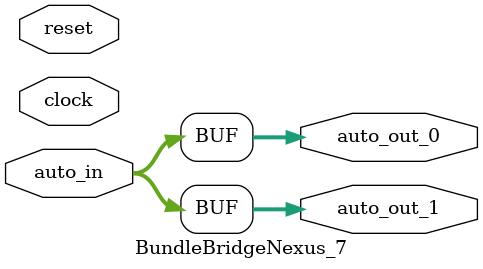
<source format=v>
module BundleBridgeNexus_7(
  input         clock,
  input         reset,
  input  [31:0] auto_in,
  output [31:0] auto_out_1,
  output [31:0] auto_out_0
);
  assign auto_out_1 = auto_in; // @[Nodes.scala 1210:84 LazyModule.scala 309:16]
  assign auto_out_0 = auto_in; // @[Nodes.scala 1210:84 LazyModule.scala 309:16]
endmodule

</source>
